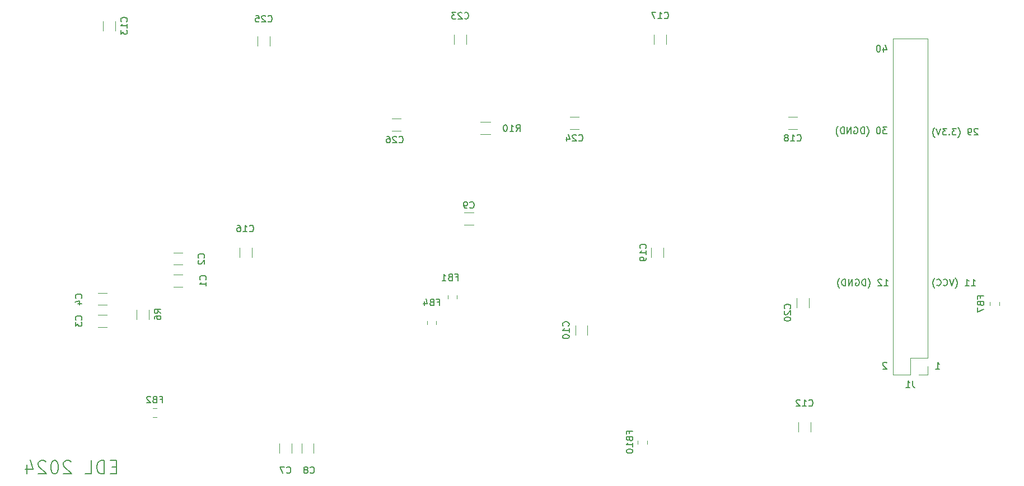
<source format=gbr>
%TF.GenerationSoftware,KiCad,Pcbnew,8.0.1*%
%TF.CreationDate,2024-04-03T15:50:24+05:30*%
%TF.ProjectId,FinalCircuit,46696e61-6c43-4697-9263-7569742e6b69,rev?*%
%TF.SameCoordinates,Original*%
%TF.FileFunction,Legend,Bot*%
%TF.FilePolarity,Positive*%
%FSLAX46Y46*%
G04 Gerber Fmt 4.6, Leading zero omitted, Abs format (unit mm)*
G04 Created by KiCad (PCBNEW 8.0.1) date 2024-04-03 15:50:24*
%MOMM*%
%LPD*%
G01*
G04 APERTURE LIST*
%ADD10C,0.200000*%
%ADD11C,0.120000*%
G04 APERTURE END LIST*
D10*
X248506517Y-82267219D02*
X249077945Y-82267219D01*
X248792231Y-82267219D02*
X248792231Y-81267219D01*
X248792231Y-81267219D02*
X248887469Y-81410076D01*
X248887469Y-81410076D02*
X248982707Y-81505314D01*
X248982707Y-81505314D02*
X249077945Y-81552933D01*
X247554136Y-82267219D02*
X248125564Y-82267219D01*
X247839850Y-82267219D02*
X247839850Y-81267219D01*
X247839850Y-81267219D02*
X247935088Y-81410076D01*
X247935088Y-81410076D02*
X248030326Y-81505314D01*
X248030326Y-81505314D02*
X248125564Y-81552933D01*
X246077945Y-82648171D02*
X246125564Y-82600552D01*
X246125564Y-82600552D02*
X246220802Y-82457695D01*
X246220802Y-82457695D02*
X246268421Y-82362457D01*
X246268421Y-82362457D02*
X246316040Y-82219600D01*
X246316040Y-82219600D02*
X246363659Y-81981504D01*
X246363659Y-81981504D02*
X246363659Y-81791028D01*
X246363659Y-81791028D02*
X246316040Y-81552933D01*
X246316040Y-81552933D02*
X246268421Y-81410076D01*
X246268421Y-81410076D02*
X246220802Y-81314838D01*
X246220802Y-81314838D02*
X246125564Y-81171980D01*
X246125564Y-81171980D02*
X246077945Y-81124361D01*
X245839849Y-81267219D02*
X245506516Y-82267219D01*
X245506516Y-82267219D02*
X245173183Y-81267219D01*
X244268421Y-82171980D02*
X244316040Y-82219600D01*
X244316040Y-82219600D02*
X244458897Y-82267219D01*
X244458897Y-82267219D02*
X244554135Y-82267219D01*
X244554135Y-82267219D02*
X244696992Y-82219600D01*
X244696992Y-82219600D02*
X244792230Y-82124361D01*
X244792230Y-82124361D02*
X244839849Y-82029123D01*
X244839849Y-82029123D02*
X244887468Y-81838647D01*
X244887468Y-81838647D02*
X244887468Y-81695790D01*
X244887468Y-81695790D02*
X244839849Y-81505314D01*
X244839849Y-81505314D02*
X244792230Y-81410076D01*
X244792230Y-81410076D02*
X244696992Y-81314838D01*
X244696992Y-81314838D02*
X244554135Y-81267219D01*
X244554135Y-81267219D02*
X244458897Y-81267219D01*
X244458897Y-81267219D02*
X244316040Y-81314838D01*
X244316040Y-81314838D02*
X244268421Y-81362457D01*
X243268421Y-82171980D02*
X243316040Y-82219600D01*
X243316040Y-82219600D02*
X243458897Y-82267219D01*
X243458897Y-82267219D02*
X243554135Y-82267219D01*
X243554135Y-82267219D02*
X243696992Y-82219600D01*
X243696992Y-82219600D02*
X243792230Y-82124361D01*
X243792230Y-82124361D02*
X243839849Y-82029123D01*
X243839849Y-82029123D02*
X243887468Y-81838647D01*
X243887468Y-81838647D02*
X243887468Y-81695790D01*
X243887468Y-81695790D02*
X243839849Y-81505314D01*
X243839849Y-81505314D02*
X243792230Y-81410076D01*
X243792230Y-81410076D02*
X243696992Y-81314838D01*
X243696992Y-81314838D02*
X243554135Y-81267219D01*
X243554135Y-81267219D02*
X243458897Y-81267219D01*
X243458897Y-81267219D02*
X243316040Y-81314838D01*
X243316040Y-81314838D02*
X243268421Y-81362457D01*
X242935087Y-82648171D02*
X242887468Y-82600552D01*
X242887468Y-82600552D02*
X242792230Y-82457695D01*
X242792230Y-82457695D02*
X242744611Y-82362457D01*
X242744611Y-82362457D02*
X242696992Y-82219600D01*
X242696992Y-82219600D02*
X242649373Y-81981504D01*
X242649373Y-81981504D02*
X242649373Y-81791028D01*
X242649373Y-81791028D02*
X242696992Y-81552933D01*
X242696992Y-81552933D02*
X242744611Y-81410076D01*
X242744611Y-81410076D02*
X242792230Y-81314838D01*
X242792230Y-81314838D02*
X242887468Y-81171980D01*
X242887468Y-81171980D02*
X242935087Y-81124361D01*
X235306517Y-82267219D02*
X235877945Y-82267219D01*
X235592231Y-82267219D02*
X235592231Y-81267219D01*
X235592231Y-81267219D02*
X235687469Y-81410076D01*
X235687469Y-81410076D02*
X235782707Y-81505314D01*
X235782707Y-81505314D02*
X235877945Y-81552933D01*
X234925564Y-81362457D02*
X234877945Y-81314838D01*
X234877945Y-81314838D02*
X234782707Y-81267219D01*
X234782707Y-81267219D02*
X234544612Y-81267219D01*
X234544612Y-81267219D02*
X234449374Y-81314838D01*
X234449374Y-81314838D02*
X234401755Y-81362457D01*
X234401755Y-81362457D02*
X234354136Y-81457695D01*
X234354136Y-81457695D02*
X234354136Y-81552933D01*
X234354136Y-81552933D02*
X234401755Y-81695790D01*
X234401755Y-81695790D02*
X234973183Y-82267219D01*
X234973183Y-82267219D02*
X234354136Y-82267219D01*
X232877945Y-82648171D02*
X232925564Y-82600552D01*
X232925564Y-82600552D02*
X233020802Y-82457695D01*
X233020802Y-82457695D02*
X233068421Y-82362457D01*
X233068421Y-82362457D02*
X233116040Y-82219600D01*
X233116040Y-82219600D02*
X233163659Y-81981504D01*
X233163659Y-81981504D02*
X233163659Y-81791028D01*
X233163659Y-81791028D02*
X233116040Y-81552933D01*
X233116040Y-81552933D02*
X233068421Y-81410076D01*
X233068421Y-81410076D02*
X233020802Y-81314838D01*
X233020802Y-81314838D02*
X232925564Y-81171980D01*
X232925564Y-81171980D02*
X232877945Y-81124361D01*
X232496992Y-82267219D02*
X232496992Y-81267219D01*
X232496992Y-81267219D02*
X232258897Y-81267219D01*
X232258897Y-81267219D02*
X232116040Y-81314838D01*
X232116040Y-81314838D02*
X232020802Y-81410076D01*
X232020802Y-81410076D02*
X231973183Y-81505314D01*
X231973183Y-81505314D02*
X231925564Y-81695790D01*
X231925564Y-81695790D02*
X231925564Y-81838647D01*
X231925564Y-81838647D02*
X231973183Y-82029123D01*
X231973183Y-82029123D02*
X232020802Y-82124361D01*
X232020802Y-82124361D02*
X232116040Y-82219600D01*
X232116040Y-82219600D02*
X232258897Y-82267219D01*
X232258897Y-82267219D02*
X232496992Y-82267219D01*
X230973183Y-81314838D02*
X231068421Y-81267219D01*
X231068421Y-81267219D02*
X231211278Y-81267219D01*
X231211278Y-81267219D02*
X231354135Y-81314838D01*
X231354135Y-81314838D02*
X231449373Y-81410076D01*
X231449373Y-81410076D02*
X231496992Y-81505314D01*
X231496992Y-81505314D02*
X231544611Y-81695790D01*
X231544611Y-81695790D02*
X231544611Y-81838647D01*
X231544611Y-81838647D02*
X231496992Y-82029123D01*
X231496992Y-82029123D02*
X231449373Y-82124361D01*
X231449373Y-82124361D02*
X231354135Y-82219600D01*
X231354135Y-82219600D02*
X231211278Y-82267219D01*
X231211278Y-82267219D02*
X231116040Y-82267219D01*
X231116040Y-82267219D02*
X230973183Y-82219600D01*
X230973183Y-82219600D02*
X230925564Y-82171980D01*
X230925564Y-82171980D02*
X230925564Y-81838647D01*
X230925564Y-81838647D02*
X231116040Y-81838647D01*
X230496992Y-82267219D02*
X230496992Y-81267219D01*
X230496992Y-81267219D02*
X229925564Y-82267219D01*
X229925564Y-82267219D02*
X229925564Y-81267219D01*
X229449373Y-82267219D02*
X229449373Y-81267219D01*
X229449373Y-81267219D02*
X229211278Y-81267219D01*
X229211278Y-81267219D02*
X229068421Y-81314838D01*
X229068421Y-81314838D02*
X228973183Y-81410076D01*
X228973183Y-81410076D02*
X228925564Y-81505314D01*
X228925564Y-81505314D02*
X228877945Y-81695790D01*
X228877945Y-81695790D02*
X228877945Y-81838647D01*
X228877945Y-81838647D02*
X228925564Y-82029123D01*
X228925564Y-82029123D02*
X228973183Y-82124361D01*
X228973183Y-82124361D02*
X229068421Y-82219600D01*
X229068421Y-82219600D02*
X229211278Y-82267219D01*
X229211278Y-82267219D02*
X229449373Y-82267219D01*
X228544611Y-82648171D02*
X228496992Y-82600552D01*
X228496992Y-82600552D02*
X228401754Y-82457695D01*
X228401754Y-82457695D02*
X228354135Y-82362457D01*
X228354135Y-82362457D02*
X228306516Y-82219600D01*
X228306516Y-82219600D02*
X228258897Y-81981504D01*
X228258897Y-81981504D02*
X228258897Y-81791028D01*
X228258897Y-81791028D02*
X228306516Y-81552933D01*
X228306516Y-81552933D02*
X228354135Y-81410076D01*
X228354135Y-81410076D02*
X228401754Y-81314838D01*
X228401754Y-81314838D02*
X228496992Y-81171980D01*
X228496992Y-81171980D02*
X228544611Y-81124361D01*
X119192231Y-109697219D02*
X118525564Y-109697219D01*
X118239850Y-110744838D02*
X119192231Y-110744838D01*
X119192231Y-110744838D02*
X119192231Y-108744838D01*
X119192231Y-108744838D02*
X118239850Y-108744838D01*
X117382707Y-110744838D02*
X117382707Y-108744838D01*
X117382707Y-108744838D02*
X116906517Y-108744838D01*
X116906517Y-108744838D02*
X116620802Y-108840076D01*
X116620802Y-108840076D02*
X116430326Y-109030552D01*
X116430326Y-109030552D02*
X116335088Y-109221028D01*
X116335088Y-109221028D02*
X116239850Y-109601980D01*
X116239850Y-109601980D02*
X116239850Y-109887695D01*
X116239850Y-109887695D02*
X116335088Y-110268647D01*
X116335088Y-110268647D02*
X116430326Y-110459123D01*
X116430326Y-110459123D02*
X116620802Y-110649600D01*
X116620802Y-110649600D02*
X116906517Y-110744838D01*
X116906517Y-110744838D02*
X117382707Y-110744838D01*
X114430326Y-110744838D02*
X115382707Y-110744838D01*
X115382707Y-110744838D02*
X115382707Y-108744838D01*
X112335087Y-108935314D02*
X112239849Y-108840076D01*
X112239849Y-108840076D02*
X112049373Y-108744838D01*
X112049373Y-108744838D02*
X111573182Y-108744838D01*
X111573182Y-108744838D02*
X111382706Y-108840076D01*
X111382706Y-108840076D02*
X111287468Y-108935314D01*
X111287468Y-108935314D02*
X111192230Y-109125790D01*
X111192230Y-109125790D02*
X111192230Y-109316266D01*
X111192230Y-109316266D02*
X111287468Y-109601980D01*
X111287468Y-109601980D02*
X112430325Y-110744838D01*
X112430325Y-110744838D02*
X111192230Y-110744838D01*
X109954135Y-108744838D02*
X109763658Y-108744838D01*
X109763658Y-108744838D02*
X109573182Y-108840076D01*
X109573182Y-108840076D02*
X109477944Y-108935314D01*
X109477944Y-108935314D02*
X109382706Y-109125790D01*
X109382706Y-109125790D02*
X109287468Y-109506742D01*
X109287468Y-109506742D02*
X109287468Y-109982933D01*
X109287468Y-109982933D02*
X109382706Y-110363885D01*
X109382706Y-110363885D02*
X109477944Y-110554361D01*
X109477944Y-110554361D02*
X109573182Y-110649600D01*
X109573182Y-110649600D02*
X109763658Y-110744838D01*
X109763658Y-110744838D02*
X109954135Y-110744838D01*
X109954135Y-110744838D02*
X110144611Y-110649600D01*
X110144611Y-110649600D02*
X110239849Y-110554361D01*
X110239849Y-110554361D02*
X110335087Y-110363885D01*
X110335087Y-110363885D02*
X110430325Y-109982933D01*
X110430325Y-109982933D02*
X110430325Y-109506742D01*
X110430325Y-109506742D02*
X110335087Y-109125790D01*
X110335087Y-109125790D02*
X110239849Y-108935314D01*
X110239849Y-108935314D02*
X110144611Y-108840076D01*
X110144611Y-108840076D02*
X109954135Y-108744838D01*
X108525563Y-108935314D02*
X108430325Y-108840076D01*
X108430325Y-108840076D02*
X108239849Y-108744838D01*
X108239849Y-108744838D02*
X107763658Y-108744838D01*
X107763658Y-108744838D02*
X107573182Y-108840076D01*
X107573182Y-108840076D02*
X107477944Y-108935314D01*
X107477944Y-108935314D02*
X107382706Y-109125790D01*
X107382706Y-109125790D02*
X107382706Y-109316266D01*
X107382706Y-109316266D02*
X107477944Y-109601980D01*
X107477944Y-109601980D02*
X108620801Y-110744838D01*
X108620801Y-110744838D02*
X107382706Y-110744838D01*
X105668420Y-109411504D02*
X105668420Y-110744838D01*
X106144611Y-108649600D02*
X106620801Y-110078171D01*
X106620801Y-110078171D02*
X105382706Y-110078171D01*
X235677945Y-93962457D02*
X235630326Y-93914838D01*
X235630326Y-93914838D02*
X235535088Y-93867219D01*
X235535088Y-93867219D02*
X235296993Y-93867219D01*
X235296993Y-93867219D02*
X235201755Y-93914838D01*
X235201755Y-93914838D02*
X235154136Y-93962457D01*
X235154136Y-93962457D02*
X235106517Y-94057695D01*
X235106517Y-94057695D02*
X235106517Y-94152933D01*
X235106517Y-94152933D02*
X235154136Y-94295790D01*
X235154136Y-94295790D02*
X235725564Y-94867219D01*
X235725564Y-94867219D02*
X235106517Y-94867219D01*
X249477945Y-58562457D02*
X249430326Y-58514838D01*
X249430326Y-58514838D02*
X249335088Y-58467219D01*
X249335088Y-58467219D02*
X249096993Y-58467219D01*
X249096993Y-58467219D02*
X249001755Y-58514838D01*
X249001755Y-58514838D02*
X248954136Y-58562457D01*
X248954136Y-58562457D02*
X248906517Y-58657695D01*
X248906517Y-58657695D02*
X248906517Y-58752933D01*
X248906517Y-58752933D02*
X248954136Y-58895790D01*
X248954136Y-58895790D02*
X249525564Y-59467219D01*
X249525564Y-59467219D02*
X248906517Y-59467219D01*
X248430326Y-59467219D02*
X248239850Y-59467219D01*
X248239850Y-59467219D02*
X248144612Y-59419600D01*
X248144612Y-59419600D02*
X248096993Y-59371980D01*
X248096993Y-59371980D02*
X248001755Y-59229123D01*
X248001755Y-59229123D02*
X247954136Y-59038647D01*
X247954136Y-59038647D02*
X247954136Y-58657695D01*
X247954136Y-58657695D02*
X248001755Y-58562457D01*
X248001755Y-58562457D02*
X248049374Y-58514838D01*
X248049374Y-58514838D02*
X248144612Y-58467219D01*
X248144612Y-58467219D02*
X248335088Y-58467219D01*
X248335088Y-58467219D02*
X248430326Y-58514838D01*
X248430326Y-58514838D02*
X248477945Y-58562457D01*
X248477945Y-58562457D02*
X248525564Y-58657695D01*
X248525564Y-58657695D02*
X248525564Y-58895790D01*
X248525564Y-58895790D02*
X248477945Y-58991028D01*
X248477945Y-58991028D02*
X248430326Y-59038647D01*
X248430326Y-59038647D02*
X248335088Y-59086266D01*
X248335088Y-59086266D02*
X248144612Y-59086266D01*
X248144612Y-59086266D02*
X248049374Y-59038647D01*
X248049374Y-59038647D02*
X248001755Y-58991028D01*
X248001755Y-58991028D02*
X247954136Y-58895790D01*
X246477945Y-59848171D02*
X246525564Y-59800552D01*
X246525564Y-59800552D02*
X246620802Y-59657695D01*
X246620802Y-59657695D02*
X246668421Y-59562457D01*
X246668421Y-59562457D02*
X246716040Y-59419600D01*
X246716040Y-59419600D02*
X246763659Y-59181504D01*
X246763659Y-59181504D02*
X246763659Y-58991028D01*
X246763659Y-58991028D02*
X246716040Y-58752933D01*
X246716040Y-58752933D02*
X246668421Y-58610076D01*
X246668421Y-58610076D02*
X246620802Y-58514838D01*
X246620802Y-58514838D02*
X246525564Y-58371980D01*
X246525564Y-58371980D02*
X246477945Y-58324361D01*
X246192230Y-58467219D02*
X245573183Y-58467219D01*
X245573183Y-58467219D02*
X245906516Y-58848171D01*
X245906516Y-58848171D02*
X245763659Y-58848171D01*
X245763659Y-58848171D02*
X245668421Y-58895790D01*
X245668421Y-58895790D02*
X245620802Y-58943409D01*
X245620802Y-58943409D02*
X245573183Y-59038647D01*
X245573183Y-59038647D02*
X245573183Y-59276742D01*
X245573183Y-59276742D02*
X245620802Y-59371980D01*
X245620802Y-59371980D02*
X245668421Y-59419600D01*
X245668421Y-59419600D02*
X245763659Y-59467219D01*
X245763659Y-59467219D02*
X246049373Y-59467219D01*
X246049373Y-59467219D02*
X246144611Y-59419600D01*
X246144611Y-59419600D02*
X246192230Y-59371980D01*
X245144611Y-59371980D02*
X245096992Y-59419600D01*
X245096992Y-59419600D02*
X245144611Y-59467219D01*
X245144611Y-59467219D02*
X245192230Y-59419600D01*
X245192230Y-59419600D02*
X245144611Y-59371980D01*
X245144611Y-59371980D02*
X245144611Y-59467219D01*
X244763659Y-58467219D02*
X244144612Y-58467219D01*
X244144612Y-58467219D02*
X244477945Y-58848171D01*
X244477945Y-58848171D02*
X244335088Y-58848171D01*
X244335088Y-58848171D02*
X244239850Y-58895790D01*
X244239850Y-58895790D02*
X244192231Y-58943409D01*
X244192231Y-58943409D02*
X244144612Y-59038647D01*
X244144612Y-59038647D02*
X244144612Y-59276742D01*
X244144612Y-59276742D02*
X244192231Y-59371980D01*
X244192231Y-59371980D02*
X244239850Y-59419600D01*
X244239850Y-59419600D02*
X244335088Y-59467219D01*
X244335088Y-59467219D02*
X244620802Y-59467219D01*
X244620802Y-59467219D02*
X244716040Y-59419600D01*
X244716040Y-59419600D02*
X244763659Y-59371980D01*
X243858897Y-58467219D02*
X243525564Y-59467219D01*
X243525564Y-59467219D02*
X243192231Y-58467219D01*
X242954135Y-59848171D02*
X242906516Y-59800552D01*
X242906516Y-59800552D02*
X242811278Y-59657695D01*
X242811278Y-59657695D02*
X242763659Y-59562457D01*
X242763659Y-59562457D02*
X242716040Y-59419600D01*
X242716040Y-59419600D02*
X242668421Y-59181504D01*
X242668421Y-59181504D02*
X242668421Y-58991028D01*
X242668421Y-58991028D02*
X242716040Y-58752933D01*
X242716040Y-58752933D02*
X242763659Y-58610076D01*
X242763659Y-58610076D02*
X242811278Y-58514838D01*
X242811278Y-58514838D02*
X242906516Y-58371980D01*
X242906516Y-58371980D02*
X242954135Y-58324361D01*
X243106517Y-94867219D02*
X243677945Y-94867219D01*
X243392231Y-94867219D02*
X243392231Y-93867219D01*
X243392231Y-93867219D02*
X243487469Y-94010076D01*
X243487469Y-94010076D02*
X243582707Y-94105314D01*
X243582707Y-94105314D02*
X243677945Y-94152933D01*
X235725564Y-58267219D02*
X235106517Y-58267219D01*
X235106517Y-58267219D02*
X235439850Y-58648171D01*
X235439850Y-58648171D02*
X235296993Y-58648171D01*
X235296993Y-58648171D02*
X235201755Y-58695790D01*
X235201755Y-58695790D02*
X235154136Y-58743409D01*
X235154136Y-58743409D02*
X235106517Y-58838647D01*
X235106517Y-58838647D02*
X235106517Y-59076742D01*
X235106517Y-59076742D02*
X235154136Y-59171980D01*
X235154136Y-59171980D02*
X235201755Y-59219600D01*
X235201755Y-59219600D02*
X235296993Y-59267219D01*
X235296993Y-59267219D02*
X235582707Y-59267219D01*
X235582707Y-59267219D02*
X235677945Y-59219600D01*
X235677945Y-59219600D02*
X235725564Y-59171980D01*
X234487469Y-58267219D02*
X234392231Y-58267219D01*
X234392231Y-58267219D02*
X234296993Y-58314838D01*
X234296993Y-58314838D02*
X234249374Y-58362457D01*
X234249374Y-58362457D02*
X234201755Y-58457695D01*
X234201755Y-58457695D02*
X234154136Y-58648171D01*
X234154136Y-58648171D02*
X234154136Y-58886266D01*
X234154136Y-58886266D02*
X234201755Y-59076742D01*
X234201755Y-59076742D02*
X234249374Y-59171980D01*
X234249374Y-59171980D02*
X234296993Y-59219600D01*
X234296993Y-59219600D02*
X234392231Y-59267219D01*
X234392231Y-59267219D02*
X234487469Y-59267219D01*
X234487469Y-59267219D02*
X234582707Y-59219600D01*
X234582707Y-59219600D02*
X234630326Y-59171980D01*
X234630326Y-59171980D02*
X234677945Y-59076742D01*
X234677945Y-59076742D02*
X234725564Y-58886266D01*
X234725564Y-58886266D02*
X234725564Y-58648171D01*
X234725564Y-58648171D02*
X234677945Y-58457695D01*
X234677945Y-58457695D02*
X234630326Y-58362457D01*
X234630326Y-58362457D02*
X234582707Y-58314838D01*
X234582707Y-58314838D02*
X234487469Y-58267219D01*
X232677945Y-59648171D02*
X232725564Y-59600552D01*
X232725564Y-59600552D02*
X232820802Y-59457695D01*
X232820802Y-59457695D02*
X232868421Y-59362457D01*
X232868421Y-59362457D02*
X232916040Y-59219600D01*
X232916040Y-59219600D02*
X232963659Y-58981504D01*
X232963659Y-58981504D02*
X232963659Y-58791028D01*
X232963659Y-58791028D02*
X232916040Y-58552933D01*
X232916040Y-58552933D02*
X232868421Y-58410076D01*
X232868421Y-58410076D02*
X232820802Y-58314838D01*
X232820802Y-58314838D02*
X232725564Y-58171980D01*
X232725564Y-58171980D02*
X232677945Y-58124361D01*
X232296992Y-59267219D02*
X232296992Y-58267219D01*
X232296992Y-58267219D02*
X232058897Y-58267219D01*
X232058897Y-58267219D02*
X231916040Y-58314838D01*
X231916040Y-58314838D02*
X231820802Y-58410076D01*
X231820802Y-58410076D02*
X231773183Y-58505314D01*
X231773183Y-58505314D02*
X231725564Y-58695790D01*
X231725564Y-58695790D02*
X231725564Y-58838647D01*
X231725564Y-58838647D02*
X231773183Y-59029123D01*
X231773183Y-59029123D02*
X231820802Y-59124361D01*
X231820802Y-59124361D02*
X231916040Y-59219600D01*
X231916040Y-59219600D02*
X232058897Y-59267219D01*
X232058897Y-59267219D02*
X232296992Y-59267219D01*
X230773183Y-58314838D02*
X230868421Y-58267219D01*
X230868421Y-58267219D02*
X231011278Y-58267219D01*
X231011278Y-58267219D02*
X231154135Y-58314838D01*
X231154135Y-58314838D02*
X231249373Y-58410076D01*
X231249373Y-58410076D02*
X231296992Y-58505314D01*
X231296992Y-58505314D02*
X231344611Y-58695790D01*
X231344611Y-58695790D02*
X231344611Y-58838647D01*
X231344611Y-58838647D02*
X231296992Y-59029123D01*
X231296992Y-59029123D02*
X231249373Y-59124361D01*
X231249373Y-59124361D02*
X231154135Y-59219600D01*
X231154135Y-59219600D02*
X231011278Y-59267219D01*
X231011278Y-59267219D02*
X230916040Y-59267219D01*
X230916040Y-59267219D02*
X230773183Y-59219600D01*
X230773183Y-59219600D02*
X230725564Y-59171980D01*
X230725564Y-59171980D02*
X230725564Y-58838647D01*
X230725564Y-58838647D02*
X230916040Y-58838647D01*
X230296992Y-59267219D02*
X230296992Y-58267219D01*
X230296992Y-58267219D02*
X229725564Y-59267219D01*
X229725564Y-59267219D02*
X229725564Y-58267219D01*
X229249373Y-59267219D02*
X229249373Y-58267219D01*
X229249373Y-58267219D02*
X229011278Y-58267219D01*
X229011278Y-58267219D02*
X228868421Y-58314838D01*
X228868421Y-58314838D02*
X228773183Y-58410076D01*
X228773183Y-58410076D02*
X228725564Y-58505314D01*
X228725564Y-58505314D02*
X228677945Y-58695790D01*
X228677945Y-58695790D02*
X228677945Y-58838647D01*
X228677945Y-58838647D02*
X228725564Y-59029123D01*
X228725564Y-59029123D02*
X228773183Y-59124361D01*
X228773183Y-59124361D02*
X228868421Y-59219600D01*
X228868421Y-59219600D02*
X229011278Y-59267219D01*
X229011278Y-59267219D02*
X229249373Y-59267219D01*
X228344611Y-59648171D02*
X228296992Y-59600552D01*
X228296992Y-59600552D02*
X228201754Y-59457695D01*
X228201754Y-59457695D02*
X228154135Y-59362457D01*
X228154135Y-59362457D02*
X228106516Y-59219600D01*
X228106516Y-59219600D02*
X228058897Y-58981504D01*
X228058897Y-58981504D02*
X228058897Y-58791028D01*
X228058897Y-58791028D02*
X228106516Y-58552933D01*
X228106516Y-58552933D02*
X228154135Y-58410076D01*
X228154135Y-58410076D02*
X228201754Y-58314838D01*
X228201754Y-58314838D02*
X228296992Y-58171980D01*
X228296992Y-58171980D02*
X228344611Y-58124361D01*
X235201755Y-46200552D02*
X235201755Y-46867219D01*
X235439850Y-45819600D02*
X235677945Y-46533885D01*
X235677945Y-46533885D02*
X235058898Y-46533885D01*
X234487469Y-45867219D02*
X234392231Y-45867219D01*
X234392231Y-45867219D02*
X234296993Y-45914838D01*
X234296993Y-45914838D02*
X234249374Y-45962457D01*
X234249374Y-45962457D02*
X234201755Y-46057695D01*
X234201755Y-46057695D02*
X234154136Y-46248171D01*
X234154136Y-46248171D02*
X234154136Y-46486266D01*
X234154136Y-46486266D02*
X234201755Y-46676742D01*
X234201755Y-46676742D02*
X234249374Y-46771980D01*
X234249374Y-46771980D02*
X234296993Y-46819600D01*
X234296993Y-46819600D02*
X234392231Y-46867219D01*
X234392231Y-46867219D02*
X234487469Y-46867219D01*
X234487469Y-46867219D02*
X234582707Y-46819600D01*
X234582707Y-46819600D02*
X234630326Y-46771980D01*
X234630326Y-46771980D02*
X234677945Y-46676742D01*
X234677945Y-46676742D02*
X234725564Y-46486266D01*
X234725564Y-46486266D02*
X234725564Y-46248171D01*
X234725564Y-46248171D02*
X234677945Y-46057695D01*
X234677945Y-46057695D02*
X234630326Y-45962457D01*
X234630326Y-45962457D02*
X234582707Y-45914838D01*
X234582707Y-45914838D02*
X234487469Y-45867219D01*
X113894980Y-87463333D02*
X113942600Y-87415714D01*
X113942600Y-87415714D02*
X113990219Y-87272857D01*
X113990219Y-87272857D02*
X113990219Y-87177619D01*
X113990219Y-87177619D02*
X113942600Y-87034762D01*
X113942600Y-87034762D02*
X113847361Y-86939524D01*
X113847361Y-86939524D02*
X113752123Y-86891905D01*
X113752123Y-86891905D02*
X113561647Y-86844286D01*
X113561647Y-86844286D02*
X113418790Y-86844286D01*
X113418790Y-86844286D02*
X113228314Y-86891905D01*
X113228314Y-86891905D02*
X113133076Y-86939524D01*
X113133076Y-86939524D02*
X113037838Y-87034762D01*
X113037838Y-87034762D02*
X112990219Y-87177619D01*
X112990219Y-87177619D02*
X112990219Y-87272857D01*
X112990219Y-87272857D02*
X113037838Y-87415714D01*
X113037838Y-87415714D02*
X113085457Y-87463333D01*
X112990219Y-87796667D02*
X112990219Y-88415714D01*
X112990219Y-88415714D02*
X113371171Y-88082381D01*
X113371171Y-88082381D02*
X113371171Y-88225238D01*
X113371171Y-88225238D02*
X113418790Y-88320476D01*
X113418790Y-88320476D02*
X113466409Y-88368095D01*
X113466409Y-88368095D02*
X113561647Y-88415714D01*
X113561647Y-88415714D02*
X113799742Y-88415714D01*
X113799742Y-88415714D02*
X113894980Y-88368095D01*
X113894980Y-88368095D02*
X113942600Y-88320476D01*
X113942600Y-88320476D02*
X113990219Y-88225238D01*
X113990219Y-88225238D02*
X113990219Y-87939524D01*
X113990219Y-87939524D02*
X113942600Y-87844286D01*
X113942600Y-87844286D02*
X113894980Y-87796667D01*
X199238980Y-76607142D02*
X199286600Y-76559523D01*
X199286600Y-76559523D02*
X199334219Y-76416666D01*
X199334219Y-76416666D02*
X199334219Y-76321428D01*
X199334219Y-76321428D02*
X199286600Y-76178571D01*
X199286600Y-76178571D02*
X199191361Y-76083333D01*
X199191361Y-76083333D02*
X199096123Y-76035714D01*
X199096123Y-76035714D02*
X198905647Y-75988095D01*
X198905647Y-75988095D02*
X198762790Y-75988095D01*
X198762790Y-75988095D02*
X198572314Y-76035714D01*
X198572314Y-76035714D02*
X198477076Y-76083333D01*
X198477076Y-76083333D02*
X198381838Y-76178571D01*
X198381838Y-76178571D02*
X198334219Y-76321428D01*
X198334219Y-76321428D02*
X198334219Y-76416666D01*
X198334219Y-76416666D02*
X198381838Y-76559523D01*
X198381838Y-76559523D02*
X198429457Y-76607142D01*
X199334219Y-77559523D02*
X199334219Y-76988095D01*
X199334219Y-77273809D02*
X198334219Y-77273809D01*
X198334219Y-77273809D02*
X198477076Y-77178571D01*
X198477076Y-77178571D02*
X198572314Y-77083333D01*
X198572314Y-77083333D02*
X198619933Y-76988095D01*
X199334219Y-78035714D02*
X199334219Y-78226190D01*
X199334219Y-78226190D02*
X199286600Y-78321428D01*
X199286600Y-78321428D02*
X199238980Y-78369047D01*
X199238980Y-78369047D02*
X199096123Y-78464285D01*
X199096123Y-78464285D02*
X198905647Y-78511904D01*
X198905647Y-78511904D02*
X198524695Y-78511904D01*
X198524695Y-78511904D02*
X198429457Y-78464285D01*
X198429457Y-78464285D02*
X198381838Y-78416666D01*
X198381838Y-78416666D02*
X198334219Y-78321428D01*
X198334219Y-78321428D02*
X198334219Y-78130952D01*
X198334219Y-78130952D02*
X198381838Y-78035714D01*
X198381838Y-78035714D02*
X198429457Y-77988095D01*
X198429457Y-77988095D02*
X198524695Y-77940476D01*
X198524695Y-77940476D02*
X198762790Y-77940476D01*
X198762790Y-77940476D02*
X198858028Y-77988095D01*
X198858028Y-77988095D02*
X198905647Y-78035714D01*
X198905647Y-78035714D02*
X198953266Y-78130952D01*
X198953266Y-78130952D02*
X198953266Y-78321428D01*
X198953266Y-78321428D02*
X198905647Y-78416666D01*
X198905647Y-78416666D02*
X198858028Y-78464285D01*
X198858028Y-78464285D02*
X198762790Y-78511904D01*
X179639107Y-58898219D02*
X179972440Y-58422028D01*
X180210535Y-58898219D02*
X180210535Y-57898219D01*
X180210535Y-57898219D02*
X179829583Y-57898219D01*
X179829583Y-57898219D02*
X179734345Y-57945838D01*
X179734345Y-57945838D02*
X179686726Y-57993457D01*
X179686726Y-57993457D02*
X179639107Y-58088695D01*
X179639107Y-58088695D02*
X179639107Y-58231552D01*
X179639107Y-58231552D02*
X179686726Y-58326790D01*
X179686726Y-58326790D02*
X179734345Y-58374409D01*
X179734345Y-58374409D02*
X179829583Y-58422028D01*
X179829583Y-58422028D02*
X180210535Y-58422028D01*
X178686726Y-58898219D02*
X179258154Y-58898219D01*
X178972440Y-58898219D02*
X178972440Y-57898219D01*
X178972440Y-57898219D02*
X179067678Y-58041076D01*
X179067678Y-58041076D02*
X179162916Y-58136314D01*
X179162916Y-58136314D02*
X179258154Y-58183933D01*
X178067678Y-57898219D02*
X177972440Y-57898219D01*
X177972440Y-57898219D02*
X177877202Y-57945838D01*
X177877202Y-57945838D02*
X177829583Y-57993457D01*
X177829583Y-57993457D02*
X177781964Y-58088695D01*
X177781964Y-58088695D02*
X177734345Y-58279171D01*
X177734345Y-58279171D02*
X177734345Y-58517266D01*
X177734345Y-58517266D02*
X177781964Y-58707742D01*
X177781964Y-58707742D02*
X177829583Y-58802980D01*
X177829583Y-58802980D02*
X177877202Y-58850600D01*
X177877202Y-58850600D02*
X177972440Y-58898219D01*
X177972440Y-58898219D02*
X178067678Y-58898219D01*
X178067678Y-58898219D02*
X178162916Y-58850600D01*
X178162916Y-58850600D02*
X178210535Y-58802980D01*
X178210535Y-58802980D02*
X178258154Y-58707742D01*
X178258154Y-58707742D02*
X178305773Y-58517266D01*
X178305773Y-58517266D02*
X178305773Y-58279171D01*
X178305773Y-58279171D02*
X178258154Y-58088695D01*
X178258154Y-58088695D02*
X178210535Y-57993457D01*
X178210535Y-57993457D02*
X178162916Y-57945838D01*
X178162916Y-57945838D02*
X178067678Y-57898219D01*
X125833333Y-99496409D02*
X126166666Y-99496409D01*
X126166666Y-100020219D02*
X126166666Y-99020219D01*
X126166666Y-99020219D02*
X125690476Y-99020219D01*
X124976190Y-99496409D02*
X124833333Y-99544028D01*
X124833333Y-99544028D02*
X124785714Y-99591647D01*
X124785714Y-99591647D02*
X124738095Y-99686885D01*
X124738095Y-99686885D02*
X124738095Y-99829742D01*
X124738095Y-99829742D02*
X124785714Y-99924980D01*
X124785714Y-99924980D02*
X124833333Y-99972600D01*
X124833333Y-99972600D02*
X124928571Y-100020219D01*
X124928571Y-100020219D02*
X125309523Y-100020219D01*
X125309523Y-100020219D02*
X125309523Y-99020219D01*
X125309523Y-99020219D02*
X124976190Y-99020219D01*
X124976190Y-99020219D02*
X124880952Y-99067838D01*
X124880952Y-99067838D02*
X124833333Y-99115457D01*
X124833333Y-99115457D02*
X124785714Y-99210695D01*
X124785714Y-99210695D02*
X124785714Y-99305933D01*
X124785714Y-99305933D02*
X124833333Y-99401171D01*
X124833333Y-99401171D02*
X124880952Y-99448790D01*
X124880952Y-99448790D02*
X124976190Y-99496409D01*
X124976190Y-99496409D02*
X125309523Y-99496409D01*
X124357142Y-99115457D02*
X124309523Y-99067838D01*
X124309523Y-99067838D02*
X124214285Y-99020219D01*
X124214285Y-99020219D02*
X123976190Y-99020219D01*
X123976190Y-99020219D02*
X123880952Y-99067838D01*
X123880952Y-99067838D02*
X123833333Y-99115457D01*
X123833333Y-99115457D02*
X123785714Y-99210695D01*
X123785714Y-99210695D02*
X123785714Y-99305933D01*
X123785714Y-99305933D02*
X123833333Y-99448790D01*
X123833333Y-99448790D02*
X124404761Y-100020219D01*
X124404761Y-100020219D02*
X123785714Y-100020219D01*
X223908857Y-100432980D02*
X223956476Y-100480600D01*
X223956476Y-100480600D02*
X224099333Y-100528219D01*
X224099333Y-100528219D02*
X224194571Y-100528219D01*
X224194571Y-100528219D02*
X224337428Y-100480600D01*
X224337428Y-100480600D02*
X224432666Y-100385361D01*
X224432666Y-100385361D02*
X224480285Y-100290123D01*
X224480285Y-100290123D02*
X224527904Y-100099647D01*
X224527904Y-100099647D02*
X224527904Y-99956790D01*
X224527904Y-99956790D02*
X224480285Y-99766314D01*
X224480285Y-99766314D02*
X224432666Y-99671076D01*
X224432666Y-99671076D02*
X224337428Y-99575838D01*
X224337428Y-99575838D02*
X224194571Y-99528219D01*
X224194571Y-99528219D02*
X224099333Y-99528219D01*
X224099333Y-99528219D02*
X223956476Y-99575838D01*
X223956476Y-99575838D02*
X223908857Y-99623457D01*
X222956476Y-100528219D02*
X223527904Y-100528219D01*
X223242190Y-100528219D02*
X223242190Y-99528219D01*
X223242190Y-99528219D02*
X223337428Y-99671076D01*
X223337428Y-99671076D02*
X223432666Y-99766314D01*
X223432666Y-99766314D02*
X223527904Y-99813933D01*
X222575523Y-99623457D02*
X222527904Y-99575838D01*
X222527904Y-99575838D02*
X222432666Y-99528219D01*
X222432666Y-99528219D02*
X222194571Y-99528219D01*
X222194571Y-99528219D02*
X222099333Y-99575838D01*
X222099333Y-99575838D02*
X222051714Y-99623457D01*
X222051714Y-99623457D02*
X222004095Y-99718695D01*
X222004095Y-99718695D02*
X222004095Y-99813933D01*
X222004095Y-99813933D02*
X222051714Y-99956790D01*
X222051714Y-99956790D02*
X222623142Y-100528219D01*
X222623142Y-100528219D02*
X222004095Y-100528219D01*
X142120857Y-42266980D02*
X142168476Y-42314600D01*
X142168476Y-42314600D02*
X142311333Y-42362219D01*
X142311333Y-42362219D02*
X142406571Y-42362219D01*
X142406571Y-42362219D02*
X142549428Y-42314600D01*
X142549428Y-42314600D02*
X142644666Y-42219361D01*
X142644666Y-42219361D02*
X142692285Y-42124123D01*
X142692285Y-42124123D02*
X142739904Y-41933647D01*
X142739904Y-41933647D02*
X142739904Y-41790790D01*
X142739904Y-41790790D02*
X142692285Y-41600314D01*
X142692285Y-41600314D02*
X142644666Y-41505076D01*
X142644666Y-41505076D02*
X142549428Y-41409838D01*
X142549428Y-41409838D02*
X142406571Y-41362219D01*
X142406571Y-41362219D02*
X142311333Y-41362219D01*
X142311333Y-41362219D02*
X142168476Y-41409838D01*
X142168476Y-41409838D02*
X142120857Y-41457457D01*
X141739904Y-41457457D02*
X141692285Y-41409838D01*
X141692285Y-41409838D02*
X141597047Y-41362219D01*
X141597047Y-41362219D02*
X141358952Y-41362219D01*
X141358952Y-41362219D02*
X141263714Y-41409838D01*
X141263714Y-41409838D02*
X141216095Y-41457457D01*
X141216095Y-41457457D02*
X141168476Y-41552695D01*
X141168476Y-41552695D02*
X141168476Y-41647933D01*
X141168476Y-41647933D02*
X141216095Y-41790790D01*
X141216095Y-41790790D02*
X141787523Y-42362219D01*
X141787523Y-42362219D02*
X141168476Y-42362219D01*
X140263714Y-41362219D02*
X140739904Y-41362219D01*
X140739904Y-41362219D02*
X140787523Y-41838409D01*
X140787523Y-41838409D02*
X140739904Y-41790790D01*
X140739904Y-41790790D02*
X140644666Y-41743171D01*
X140644666Y-41743171D02*
X140406571Y-41743171D01*
X140406571Y-41743171D02*
X140311333Y-41790790D01*
X140311333Y-41790790D02*
X140263714Y-41838409D01*
X140263714Y-41838409D02*
X140216095Y-41933647D01*
X140216095Y-41933647D02*
X140216095Y-42171742D01*
X140216095Y-42171742D02*
X140263714Y-42266980D01*
X140263714Y-42266980D02*
X140311333Y-42314600D01*
X140311333Y-42314600D02*
X140406571Y-42362219D01*
X140406571Y-42362219D02*
X140644666Y-42362219D01*
X140644666Y-42362219D02*
X140739904Y-42314600D01*
X140739904Y-42314600D02*
X140787523Y-42266980D01*
X125928219Y-86447333D02*
X125452028Y-86114000D01*
X125928219Y-85875905D02*
X124928219Y-85875905D01*
X124928219Y-85875905D02*
X124928219Y-86256857D01*
X124928219Y-86256857D02*
X124975838Y-86352095D01*
X124975838Y-86352095D02*
X125023457Y-86399714D01*
X125023457Y-86399714D02*
X125118695Y-86447333D01*
X125118695Y-86447333D02*
X125261552Y-86447333D01*
X125261552Y-86447333D02*
X125356790Y-86399714D01*
X125356790Y-86399714D02*
X125404409Y-86352095D01*
X125404409Y-86352095D02*
X125452028Y-86256857D01*
X125452028Y-86256857D02*
X125452028Y-85875905D01*
X124928219Y-87304476D02*
X124928219Y-87114000D01*
X124928219Y-87114000D02*
X124975838Y-87018762D01*
X124975838Y-87018762D02*
X125023457Y-86971143D01*
X125023457Y-86971143D02*
X125166314Y-86875905D01*
X125166314Y-86875905D02*
X125356790Y-86828286D01*
X125356790Y-86828286D02*
X125737742Y-86828286D01*
X125737742Y-86828286D02*
X125832980Y-86875905D01*
X125832980Y-86875905D02*
X125880600Y-86923524D01*
X125880600Y-86923524D02*
X125928219Y-87018762D01*
X125928219Y-87018762D02*
X125928219Y-87209238D01*
X125928219Y-87209238D02*
X125880600Y-87304476D01*
X125880600Y-87304476D02*
X125832980Y-87352095D01*
X125832980Y-87352095D02*
X125737742Y-87399714D01*
X125737742Y-87399714D02*
X125499647Y-87399714D01*
X125499647Y-87399714D02*
X125404409Y-87352095D01*
X125404409Y-87352095D02*
X125356790Y-87304476D01*
X125356790Y-87304476D02*
X125309171Y-87209238D01*
X125309171Y-87209238D02*
X125309171Y-87018762D01*
X125309171Y-87018762D02*
X125356790Y-86923524D01*
X125356790Y-86923524D02*
X125404409Y-86875905D01*
X125404409Y-86875905D02*
X125499647Y-86828286D01*
X221082980Y-85717142D02*
X221130600Y-85669523D01*
X221130600Y-85669523D02*
X221178219Y-85526666D01*
X221178219Y-85526666D02*
X221178219Y-85431428D01*
X221178219Y-85431428D02*
X221130600Y-85288571D01*
X221130600Y-85288571D02*
X221035361Y-85193333D01*
X221035361Y-85193333D02*
X220940123Y-85145714D01*
X220940123Y-85145714D02*
X220749647Y-85098095D01*
X220749647Y-85098095D02*
X220606790Y-85098095D01*
X220606790Y-85098095D02*
X220416314Y-85145714D01*
X220416314Y-85145714D02*
X220321076Y-85193333D01*
X220321076Y-85193333D02*
X220225838Y-85288571D01*
X220225838Y-85288571D02*
X220178219Y-85431428D01*
X220178219Y-85431428D02*
X220178219Y-85526666D01*
X220178219Y-85526666D02*
X220225838Y-85669523D01*
X220225838Y-85669523D02*
X220273457Y-85717142D01*
X220273457Y-86098095D02*
X220225838Y-86145714D01*
X220225838Y-86145714D02*
X220178219Y-86240952D01*
X220178219Y-86240952D02*
X220178219Y-86479047D01*
X220178219Y-86479047D02*
X220225838Y-86574285D01*
X220225838Y-86574285D02*
X220273457Y-86621904D01*
X220273457Y-86621904D02*
X220368695Y-86669523D01*
X220368695Y-86669523D02*
X220463933Y-86669523D01*
X220463933Y-86669523D02*
X220606790Y-86621904D01*
X220606790Y-86621904D02*
X221178219Y-86050476D01*
X221178219Y-86050476D02*
X221178219Y-86669523D01*
X220178219Y-87288571D02*
X220178219Y-87383809D01*
X220178219Y-87383809D02*
X220225838Y-87479047D01*
X220225838Y-87479047D02*
X220273457Y-87526666D01*
X220273457Y-87526666D02*
X220368695Y-87574285D01*
X220368695Y-87574285D02*
X220559171Y-87621904D01*
X220559171Y-87621904D02*
X220797266Y-87621904D01*
X220797266Y-87621904D02*
X220987742Y-87574285D01*
X220987742Y-87574285D02*
X221082980Y-87526666D01*
X221082980Y-87526666D02*
X221130600Y-87479047D01*
X221130600Y-87479047D02*
X221178219Y-87383809D01*
X221178219Y-87383809D02*
X221178219Y-87288571D01*
X221178219Y-87288571D02*
X221130600Y-87193333D01*
X221130600Y-87193333D02*
X221082980Y-87145714D01*
X221082980Y-87145714D02*
X220987742Y-87098095D01*
X220987742Y-87098095D02*
X220797266Y-87050476D01*
X220797266Y-87050476D02*
X220559171Y-87050476D01*
X220559171Y-87050476D02*
X220368695Y-87098095D01*
X220368695Y-87098095D02*
X220273457Y-87145714D01*
X220273457Y-87145714D02*
X220225838Y-87193333D01*
X220225838Y-87193333D02*
X220178219Y-87288571D01*
X187570980Y-88357142D02*
X187618600Y-88309523D01*
X187618600Y-88309523D02*
X187666219Y-88166666D01*
X187666219Y-88166666D02*
X187666219Y-88071428D01*
X187666219Y-88071428D02*
X187618600Y-87928571D01*
X187618600Y-87928571D02*
X187523361Y-87833333D01*
X187523361Y-87833333D02*
X187428123Y-87785714D01*
X187428123Y-87785714D02*
X187237647Y-87738095D01*
X187237647Y-87738095D02*
X187094790Y-87738095D01*
X187094790Y-87738095D02*
X186904314Y-87785714D01*
X186904314Y-87785714D02*
X186809076Y-87833333D01*
X186809076Y-87833333D02*
X186713838Y-87928571D01*
X186713838Y-87928571D02*
X186666219Y-88071428D01*
X186666219Y-88071428D02*
X186666219Y-88166666D01*
X186666219Y-88166666D02*
X186713838Y-88309523D01*
X186713838Y-88309523D02*
X186761457Y-88357142D01*
X187666219Y-89309523D02*
X187666219Y-88738095D01*
X187666219Y-89023809D02*
X186666219Y-89023809D01*
X186666219Y-89023809D02*
X186809076Y-88928571D01*
X186809076Y-88928571D02*
X186904314Y-88833333D01*
X186904314Y-88833333D02*
X186951933Y-88738095D01*
X186666219Y-89928571D02*
X186666219Y-90023809D01*
X186666219Y-90023809D02*
X186713838Y-90119047D01*
X186713838Y-90119047D02*
X186761457Y-90166666D01*
X186761457Y-90166666D02*
X186856695Y-90214285D01*
X186856695Y-90214285D02*
X187047171Y-90261904D01*
X187047171Y-90261904D02*
X187285266Y-90261904D01*
X187285266Y-90261904D02*
X187475742Y-90214285D01*
X187475742Y-90214285D02*
X187570980Y-90166666D01*
X187570980Y-90166666D02*
X187618600Y-90119047D01*
X187618600Y-90119047D02*
X187666219Y-90023809D01*
X187666219Y-90023809D02*
X187666219Y-89928571D01*
X187666219Y-89928571D02*
X187618600Y-89833333D01*
X187618600Y-89833333D02*
X187570980Y-89785714D01*
X187570980Y-89785714D02*
X187475742Y-89738095D01*
X187475742Y-89738095D02*
X187285266Y-89690476D01*
X187285266Y-89690476D02*
X187047171Y-89690476D01*
X187047171Y-89690476D02*
X186856695Y-89738095D01*
X186856695Y-89738095D02*
X186761457Y-89785714D01*
X186761457Y-89785714D02*
X186713838Y-89833333D01*
X186713838Y-89833333D02*
X186666219Y-89928571D01*
X170505333Y-80970409D02*
X170838666Y-80970409D01*
X170838666Y-81494219D02*
X170838666Y-80494219D01*
X170838666Y-80494219D02*
X170362476Y-80494219D01*
X169648190Y-80970409D02*
X169505333Y-81018028D01*
X169505333Y-81018028D02*
X169457714Y-81065647D01*
X169457714Y-81065647D02*
X169410095Y-81160885D01*
X169410095Y-81160885D02*
X169410095Y-81303742D01*
X169410095Y-81303742D02*
X169457714Y-81398980D01*
X169457714Y-81398980D02*
X169505333Y-81446600D01*
X169505333Y-81446600D02*
X169600571Y-81494219D01*
X169600571Y-81494219D02*
X169981523Y-81494219D01*
X169981523Y-81494219D02*
X169981523Y-80494219D01*
X169981523Y-80494219D02*
X169648190Y-80494219D01*
X169648190Y-80494219D02*
X169552952Y-80541838D01*
X169552952Y-80541838D02*
X169505333Y-80589457D01*
X169505333Y-80589457D02*
X169457714Y-80684695D01*
X169457714Y-80684695D02*
X169457714Y-80779933D01*
X169457714Y-80779933D02*
X169505333Y-80875171D01*
X169505333Y-80875171D02*
X169552952Y-80922790D01*
X169552952Y-80922790D02*
X169648190Y-80970409D01*
X169648190Y-80970409D02*
X169981523Y-80970409D01*
X168457714Y-81494219D02*
X169029142Y-81494219D01*
X168743428Y-81494219D02*
X168743428Y-80494219D01*
X168743428Y-80494219D02*
X168838666Y-80637076D01*
X168838666Y-80637076D02*
X168933904Y-80732314D01*
X168933904Y-80732314D02*
X169029142Y-80779933D01*
X132690980Y-81367333D02*
X132738600Y-81319714D01*
X132738600Y-81319714D02*
X132786219Y-81176857D01*
X132786219Y-81176857D02*
X132786219Y-81081619D01*
X132786219Y-81081619D02*
X132738600Y-80938762D01*
X132738600Y-80938762D02*
X132643361Y-80843524D01*
X132643361Y-80843524D02*
X132548123Y-80795905D01*
X132548123Y-80795905D02*
X132357647Y-80748286D01*
X132357647Y-80748286D02*
X132214790Y-80748286D01*
X132214790Y-80748286D02*
X132024314Y-80795905D01*
X132024314Y-80795905D02*
X131929076Y-80843524D01*
X131929076Y-80843524D02*
X131833838Y-80938762D01*
X131833838Y-80938762D02*
X131786219Y-81081619D01*
X131786219Y-81081619D02*
X131786219Y-81176857D01*
X131786219Y-81176857D02*
X131833838Y-81319714D01*
X131833838Y-81319714D02*
X131881457Y-81367333D01*
X132786219Y-82319714D02*
X132786219Y-81748286D01*
X132786219Y-82034000D02*
X131786219Y-82034000D01*
X131786219Y-82034000D02*
X131929076Y-81938762D01*
X131929076Y-81938762D02*
X132024314Y-81843524D01*
X132024314Y-81843524D02*
X132071933Y-81748286D01*
X189110857Y-60300980D02*
X189158476Y-60348600D01*
X189158476Y-60348600D02*
X189301333Y-60396219D01*
X189301333Y-60396219D02*
X189396571Y-60396219D01*
X189396571Y-60396219D02*
X189539428Y-60348600D01*
X189539428Y-60348600D02*
X189634666Y-60253361D01*
X189634666Y-60253361D02*
X189682285Y-60158123D01*
X189682285Y-60158123D02*
X189729904Y-59967647D01*
X189729904Y-59967647D02*
X189729904Y-59824790D01*
X189729904Y-59824790D02*
X189682285Y-59634314D01*
X189682285Y-59634314D02*
X189634666Y-59539076D01*
X189634666Y-59539076D02*
X189539428Y-59443838D01*
X189539428Y-59443838D02*
X189396571Y-59396219D01*
X189396571Y-59396219D02*
X189301333Y-59396219D01*
X189301333Y-59396219D02*
X189158476Y-59443838D01*
X189158476Y-59443838D02*
X189110857Y-59491457D01*
X188729904Y-59491457D02*
X188682285Y-59443838D01*
X188682285Y-59443838D02*
X188587047Y-59396219D01*
X188587047Y-59396219D02*
X188348952Y-59396219D01*
X188348952Y-59396219D02*
X188253714Y-59443838D01*
X188253714Y-59443838D02*
X188206095Y-59491457D01*
X188206095Y-59491457D02*
X188158476Y-59586695D01*
X188158476Y-59586695D02*
X188158476Y-59681933D01*
X188158476Y-59681933D02*
X188206095Y-59824790D01*
X188206095Y-59824790D02*
X188777523Y-60396219D01*
X188777523Y-60396219D02*
X188158476Y-60396219D01*
X187301333Y-59729552D02*
X187301333Y-60396219D01*
X187539428Y-59348600D02*
X187777523Y-60062885D01*
X187777523Y-60062885D02*
X187158476Y-60062885D01*
X139330857Y-74016980D02*
X139378476Y-74064600D01*
X139378476Y-74064600D02*
X139521333Y-74112219D01*
X139521333Y-74112219D02*
X139616571Y-74112219D01*
X139616571Y-74112219D02*
X139759428Y-74064600D01*
X139759428Y-74064600D02*
X139854666Y-73969361D01*
X139854666Y-73969361D02*
X139902285Y-73874123D01*
X139902285Y-73874123D02*
X139949904Y-73683647D01*
X139949904Y-73683647D02*
X139949904Y-73540790D01*
X139949904Y-73540790D02*
X139902285Y-73350314D01*
X139902285Y-73350314D02*
X139854666Y-73255076D01*
X139854666Y-73255076D02*
X139759428Y-73159838D01*
X139759428Y-73159838D02*
X139616571Y-73112219D01*
X139616571Y-73112219D02*
X139521333Y-73112219D01*
X139521333Y-73112219D02*
X139378476Y-73159838D01*
X139378476Y-73159838D02*
X139330857Y-73207457D01*
X138378476Y-74112219D02*
X138949904Y-74112219D01*
X138664190Y-74112219D02*
X138664190Y-73112219D01*
X138664190Y-73112219D02*
X138759428Y-73255076D01*
X138759428Y-73255076D02*
X138854666Y-73350314D01*
X138854666Y-73350314D02*
X138949904Y-73397933D01*
X137521333Y-73112219D02*
X137711809Y-73112219D01*
X137711809Y-73112219D02*
X137807047Y-73159838D01*
X137807047Y-73159838D02*
X137854666Y-73207457D01*
X137854666Y-73207457D02*
X137949904Y-73350314D01*
X137949904Y-73350314D02*
X137997523Y-73540790D01*
X137997523Y-73540790D02*
X137997523Y-73921742D01*
X137997523Y-73921742D02*
X137949904Y-74016980D01*
X137949904Y-74016980D02*
X137902285Y-74064600D01*
X137902285Y-74064600D02*
X137807047Y-74112219D01*
X137807047Y-74112219D02*
X137616571Y-74112219D01*
X137616571Y-74112219D02*
X137521333Y-74064600D01*
X137521333Y-74064600D02*
X137473714Y-74016980D01*
X137473714Y-74016980D02*
X137426095Y-73921742D01*
X137426095Y-73921742D02*
X137426095Y-73683647D01*
X137426095Y-73683647D02*
X137473714Y-73588409D01*
X137473714Y-73588409D02*
X137521333Y-73540790D01*
X137521333Y-73540790D02*
X137616571Y-73493171D01*
X137616571Y-73493171D02*
X137807047Y-73493171D01*
X137807047Y-73493171D02*
X137902285Y-73540790D01*
X137902285Y-73540790D02*
X137949904Y-73588409D01*
X137949904Y-73588409D02*
X137997523Y-73683647D01*
X113894980Y-84161333D02*
X113942600Y-84113714D01*
X113942600Y-84113714D02*
X113990219Y-83970857D01*
X113990219Y-83970857D02*
X113990219Y-83875619D01*
X113990219Y-83875619D02*
X113942600Y-83732762D01*
X113942600Y-83732762D02*
X113847361Y-83637524D01*
X113847361Y-83637524D02*
X113752123Y-83589905D01*
X113752123Y-83589905D02*
X113561647Y-83542286D01*
X113561647Y-83542286D02*
X113418790Y-83542286D01*
X113418790Y-83542286D02*
X113228314Y-83589905D01*
X113228314Y-83589905D02*
X113133076Y-83637524D01*
X113133076Y-83637524D02*
X113037838Y-83732762D01*
X113037838Y-83732762D02*
X112990219Y-83875619D01*
X112990219Y-83875619D02*
X112990219Y-83970857D01*
X112990219Y-83970857D02*
X113037838Y-84113714D01*
X113037838Y-84113714D02*
X113085457Y-84161333D01*
X113323552Y-85018476D02*
X113990219Y-85018476D01*
X112942600Y-84780381D02*
X113656885Y-84542286D01*
X113656885Y-84542286D02*
X113656885Y-85161333D01*
X202064857Y-41758980D02*
X202112476Y-41806600D01*
X202112476Y-41806600D02*
X202255333Y-41854219D01*
X202255333Y-41854219D02*
X202350571Y-41854219D01*
X202350571Y-41854219D02*
X202493428Y-41806600D01*
X202493428Y-41806600D02*
X202588666Y-41711361D01*
X202588666Y-41711361D02*
X202636285Y-41616123D01*
X202636285Y-41616123D02*
X202683904Y-41425647D01*
X202683904Y-41425647D02*
X202683904Y-41282790D01*
X202683904Y-41282790D02*
X202636285Y-41092314D01*
X202636285Y-41092314D02*
X202588666Y-40997076D01*
X202588666Y-40997076D02*
X202493428Y-40901838D01*
X202493428Y-40901838D02*
X202350571Y-40854219D01*
X202350571Y-40854219D02*
X202255333Y-40854219D01*
X202255333Y-40854219D02*
X202112476Y-40901838D01*
X202112476Y-40901838D02*
X202064857Y-40949457D01*
X201112476Y-41854219D02*
X201683904Y-41854219D01*
X201398190Y-41854219D02*
X201398190Y-40854219D01*
X201398190Y-40854219D02*
X201493428Y-40997076D01*
X201493428Y-40997076D02*
X201588666Y-41092314D01*
X201588666Y-41092314D02*
X201683904Y-41139933D01*
X200779142Y-40854219D02*
X200112476Y-40854219D01*
X200112476Y-40854219D02*
X200541047Y-41854219D01*
X144946666Y-110592980D02*
X144994285Y-110640600D01*
X144994285Y-110640600D02*
X145137142Y-110688219D01*
X145137142Y-110688219D02*
X145232380Y-110688219D01*
X145232380Y-110688219D02*
X145375237Y-110640600D01*
X145375237Y-110640600D02*
X145470475Y-110545361D01*
X145470475Y-110545361D02*
X145518094Y-110450123D01*
X145518094Y-110450123D02*
X145565713Y-110259647D01*
X145565713Y-110259647D02*
X145565713Y-110116790D01*
X145565713Y-110116790D02*
X145518094Y-109926314D01*
X145518094Y-109926314D02*
X145470475Y-109831076D01*
X145470475Y-109831076D02*
X145375237Y-109735838D01*
X145375237Y-109735838D02*
X145232380Y-109688219D01*
X145232380Y-109688219D02*
X145137142Y-109688219D01*
X145137142Y-109688219D02*
X144994285Y-109735838D01*
X144994285Y-109735838D02*
X144946666Y-109783457D01*
X144613332Y-109688219D02*
X143946666Y-109688219D01*
X143946666Y-109688219D02*
X144375237Y-110688219D01*
X132436980Y-78065333D02*
X132484600Y-78017714D01*
X132484600Y-78017714D02*
X132532219Y-77874857D01*
X132532219Y-77874857D02*
X132532219Y-77779619D01*
X132532219Y-77779619D02*
X132484600Y-77636762D01*
X132484600Y-77636762D02*
X132389361Y-77541524D01*
X132389361Y-77541524D02*
X132294123Y-77493905D01*
X132294123Y-77493905D02*
X132103647Y-77446286D01*
X132103647Y-77446286D02*
X131960790Y-77446286D01*
X131960790Y-77446286D02*
X131770314Y-77493905D01*
X131770314Y-77493905D02*
X131675076Y-77541524D01*
X131675076Y-77541524D02*
X131579838Y-77636762D01*
X131579838Y-77636762D02*
X131532219Y-77779619D01*
X131532219Y-77779619D02*
X131532219Y-77874857D01*
X131532219Y-77874857D02*
X131579838Y-78017714D01*
X131579838Y-78017714D02*
X131627457Y-78065333D01*
X131627457Y-78446286D02*
X131579838Y-78493905D01*
X131579838Y-78493905D02*
X131532219Y-78589143D01*
X131532219Y-78589143D02*
X131532219Y-78827238D01*
X131532219Y-78827238D02*
X131579838Y-78922476D01*
X131579838Y-78922476D02*
X131627457Y-78970095D01*
X131627457Y-78970095D02*
X131722695Y-79017714D01*
X131722695Y-79017714D02*
X131817933Y-79017714D01*
X131817933Y-79017714D02*
X131960790Y-78970095D01*
X131960790Y-78970095D02*
X132532219Y-78398667D01*
X132532219Y-78398667D02*
X132532219Y-79017714D01*
X239601333Y-96659419D02*
X239601333Y-97373704D01*
X239601333Y-97373704D02*
X239648952Y-97516561D01*
X239648952Y-97516561D02*
X239744190Y-97611800D01*
X239744190Y-97611800D02*
X239887047Y-97659419D01*
X239887047Y-97659419D02*
X239982285Y-97659419D01*
X238601333Y-97659419D02*
X239172761Y-97659419D01*
X238887047Y-97659419D02*
X238887047Y-96659419D01*
X238887047Y-96659419D02*
X238982285Y-96802276D01*
X238982285Y-96802276D02*
X239077523Y-96897514D01*
X239077523Y-96897514D02*
X239172761Y-96945133D01*
X196778409Y-104608476D02*
X196778409Y-104275143D01*
X197302219Y-104275143D02*
X196302219Y-104275143D01*
X196302219Y-104275143D02*
X196302219Y-104751333D01*
X196778409Y-105465619D02*
X196826028Y-105608476D01*
X196826028Y-105608476D02*
X196873647Y-105656095D01*
X196873647Y-105656095D02*
X196968885Y-105703714D01*
X196968885Y-105703714D02*
X197111742Y-105703714D01*
X197111742Y-105703714D02*
X197206980Y-105656095D01*
X197206980Y-105656095D02*
X197254600Y-105608476D01*
X197254600Y-105608476D02*
X197302219Y-105513238D01*
X197302219Y-105513238D02*
X197302219Y-105132286D01*
X197302219Y-105132286D02*
X196302219Y-105132286D01*
X196302219Y-105132286D02*
X196302219Y-105465619D01*
X196302219Y-105465619D02*
X196349838Y-105560857D01*
X196349838Y-105560857D02*
X196397457Y-105608476D01*
X196397457Y-105608476D02*
X196492695Y-105656095D01*
X196492695Y-105656095D02*
X196587933Y-105656095D01*
X196587933Y-105656095D02*
X196683171Y-105608476D01*
X196683171Y-105608476D02*
X196730790Y-105560857D01*
X196730790Y-105560857D02*
X196778409Y-105465619D01*
X196778409Y-105465619D02*
X196778409Y-105132286D01*
X197302219Y-106656095D02*
X197302219Y-106084667D01*
X197302219Y-106370381D02*
X196302219Y-106370381D01*
X196302219Y-106370381D02*
X196445076Y-106275143D01*
X196445076Y-106275143D02*
X196540314Y-106179905D01*
X196540314Y-106179905D02*
X196587933Y-106084667D01*
X196302219Y-107275143D02*
X196302219Y-107370381D01*
X196302219Y-107370381D02*
X196349838Y-107465619D01*
X196349838Y-107465619D02*
X196397457Y-107513238D01*
X196397457Y-107513238D02*
X196492695Y-107560857D01*
X196492695Y-107560857D02*
X196683171Y-107608476D01*
X196683171Y-107608476D02*
X196921266Y-107608476D01*
X196921266Y-107608476D02*
X197111742Y-107560857D01*
X197111742Y-107560857D02*
X197206980Y-107513238D01*
X197206980Y-107513238D02*
X197254600Y-107465619D01*
X197254600Y-107465619D02*
X197302219Y-107370381D01*
X197302219Y-107370381D02*
X197302219Y-107275143D01*
X197302219Y-107275143D02*
X197254600Y-107179905D01*
X197254600Y-107179905D02*
X197206980Y-107132286D01*
X197206980Y-107132286D02*
X197111742Y-107084667D01*
X197111742Y-107084667D02*
X196921266Y-107037048D01*
X196921266Y-107037048D02*
X196683171Y-107037048D01*
X196683171Y-107037048D02*
X196492695Y-107084667D01*
X196492695Y-107084667D02*
X196397457Y-107132286D01*
X196397457Y-107132286D02*
X196349838Y-107179905D01*
X196349838Y-107179905D02*
X196302219Y-107275143D01*
X249864409Y-84141666D02*
X249864409Y-83808333D01*
X250388219Y-83808333D02*
X249388219Y-83808333D01*
X249388219Y-83808333D02*
X249388219Y-84284523D01*
X249864409Y-84998809D02*
X249912028Y-85141666D01*
X249912028Y-85141666D02*
X249959647Y-85189285D01*
X249959647Y-85189285D02*
X250054885Y-85236904D01*
X250054885Y-85236904D02*
X250197742Y-85236904D01*
X250197742Y-85236904D02*
X250292980Y-85189285D01*
X250292980Y-85189285D02*
X250340600Y-85141666D01*
X250340600Y-85141666D02*
X250388219Y-85046428D01*
X250388219Y-85046428D02*
X250388219Y-84665476D01*
X250388219Y-84665476D02*
X249388219Y-84665476D01*
X249388219Y-84665476D02*
X249388219Y-84998809D01*
X249388219Y-84998809D02*
X249435838Y-85094047D01*
X249435838Y-85094047D02*
X249483457Y-85141666D01*
X249483457Y-85141666D02*
X249578695Y-85189285D01*
X249578695Y-85189285D02*
X249673933Y-85189285D01*
X249673933Y-85189285D02*
X249769171Y-85141666D01*
X249769171Y-85141666D02*
X249816790Y-85094047D01*
X249816790Y-85094047D02*
X249864409Y-84998809D01*
X249864409Y-84998809D02*
X249864409Y-84665476D01*
X249388219Y-85570238D02*
X249388219Y-86236904D01*
X249388219Y-86236904D02*
X250388219Y-85808333D01*
X161932857Y-60554980D02*
X161980476Y-60602600D01*
X161980476Y-60602600D02*
X162123333Y-60650219D01*
X162123333Y-60650219D02*
X162218571Y-60650219D01*
X162218571Y-60650219D02*
X162361428Y-60602600D01*
X162361428Y-60602600D02*
X162456666Y-60507361D01*
X162456666Y-60507361D02*
X162504285Y-60412123D01*
X162504285Y-60412123D02*
X162551904Y-60221647D01*
X162551904Y-60221647D02*
X162551904Y-60078790D01*
X162551904Y-60078790D02*
X162504285Y-59888314D01*
X162504285Y-59888314D02*
X162456666Y-59793076D01*
X162456666Y-59793076D02*
X162361428Y-59697838D01*
X162361428Y-59697838D02*
X162218571Y-59650219D01*
X162218571Y-59650219D02*
X162123333Y-59650219D01*
X162123333Y-59650219D02*
X161980476Y-59697838D01*
X161980476Y-59697838D02*
X161932857Y-59745457D01*
X161551904Y-59745457D02*
X161504285Y-59697838D01*
X161504285Y-59697838D02*
X161409047Y-59650219D01*
X161409047Y-59650219D02*
X161170952Y-59650219D01*
X161170952Y-59650219D02*
X161075714Y-59697838D01*
X161075714Y-59697838D02*
X161028095Y-59745457D01*
X161028095Y-59745457D02*
X160980476Y-59840695D01*
X160980476Y-59840695D02*
X160980476Y-59935933D01*
X160980476Y-59935933D02*
X161028095Y-60078790D01*
X161028095Y-60078790D02*
X161599523Y-60650219D01*
X161599523Y-60650219D02*
X160980476Y-60650219D01*
X160123333Y-59650219D02*
X160313809Y-59650219D01*
X160313809Y-59650219D02*
X160409047Y-59697838D01*
X160409047Y-59697838D02*
X160456666Y-59745457D01*
X160456666Y-59745457D02*
X160551904Y-59888314D01*
X160551904Y-59888314D02*
X160599523Y-60078790D01*
X160599523Y-60078790D02*
X160599523Y-60459742D01*
X160599523Y-60459742D02*
X160551904Y-60554980D01*
X160551904Y-60554980D02*
X160504285Y-60602600D01*
X160504285Y-60602600D02*
X160409047Y-60650219D01*
X160409047Y-60650219D02*
X160218571Y-60650219D01*
X160218571Y-60650219D02*
X160123333Y-60602600D01*
X160123333Y-60602600D02*
X160075714Y-60554980D01*
X160075714Y-60554980D02*
X160028095Y-60459742D01*
X160028095Y-60459742D02*
X160028095Y-60221647D01*
X160028095Y-60221647D02*
X160075714Y-60126409D01*
X160075714Y-60126409D02*
X160123333Y-60078790D01*
X160123333Y-60078790D02*
X160218571Y-60031171D01*
X160218571Y-60031171D02*
X160409047Y-60031171D01*
X160409047Y-60031171D02*
X160504285Y-60078790D01*
X160504285Y-60078790D02*
X160551904Y-60126409D01*
X160551904Y-60126409D02*
X160599523Y-60221647D01*
X171838857Y-41800980D02*
X171886476Y-41848600D01*
X171886476Y-41848600D02*
X172029333Y-41896219D01*
X172029333Y-41896219D02*
X172124571Y-41896219D01*
X172124571Y-41896219D02*
X172267428Y-41848600D01*
X172267428Y-41848600D02*
X172362666Y-41753361D01*
X172362666Y-41753361D02*
X172410285Y-41658123D01*
X172410285Y-41658123D02*
X172457904Y-41467647D01*
X172457904Y-41467647D02*
X172457904Y-41324790D01*
X172457904Y-41324790D02*
X172410285Y-41134314D01*
X172410285Y-41134314D02*
X172362666Y-41039076D01*
X172362666Y-41039076D02*
X172267428Y-40943838D01*
X172267428Y-40943838D02*
X172124571Y-40896219D01*
X172124571Y-40896219D02*
X172029333Y-40896219D01*
X172029333Y-40896219D02*
X171886476Y-40943838D01*
X171886476Y-40943838D02*
X171838857Y-40991457D01*
X171457904Y-40991457D02*
X171410285Y-40943838D01*
X171410285Y-40943838D02*
X171315047Y-40896219D01*
X171315047Y-40896219D02*
X171076952Y-40896219D01*
X171076952Y-40896219D02*
X170981714Y-40943838D01*
X170981714Y-40943838D02*
X170934095Y-40991457D01*
X170934095Y-40991457D02*
X170886476Y-41086695D01*
X170886476Y-41086695D02*
X170886476Y-41181933D01*
X170886476Y-41181933D02*
X170934095Y-41324790D01*
X170934095Y-41324790D02*
X171505523Y-41896219D01*
X171505523Y-41896219D02*
X170886476Y-41896219D01*
X170553142Y-40896219D02*
X169934095Y-40896219D01*
X169934095Y-40896219D02*
X170267428Y-41277171D01*
X170267428Y-41277171D02*
X170124571Y-41277171D01*
X170124571Y-41277171D02*
X170029333Y-41324790D01*
X170029333Y-41324790D02*
X169981714Y-41372409D01*
X169981714Y-41372409D02*
X169934095Y-41467647D01*
X169934095Y-41467647D02*
X169934095Y-41705742D01*
X169934095Y-41705742D02*
X169981714Y-41800980D01*
X169981714Y-41800980D02*
X170029333Y-41848600D01*
X170029333Y-41848600D02*
X170124571Y-41896219D01*
X170124571Y-41896219D02*
X170410285Y-41896219D01*
X170410285Y-41896219D02*
X170505523Y-41848600D01*
X170505523Y-41848600D02*
X170553142Y-41800980D01*
X120752980Y-42283142D02*
X120800600Y-42235523D01*
X120800600Y-42235523D02*
X120848219Y-42092666D01*
X120848219Y-42092666D02*
X120848219Y-41997428D01*
X120848219Y-41997428D02*
X120800600Y-41854571D01*
X120800600Y-41854571D02*
X120705361Y-41759333D01*
X120705361Y-41759333D02*
X120610123Y-41711714D01*
X120610123Y-41711714D02*
X120419647Y-41664095D01*
X120419647Y-41664095D02*
X120276790Y-41664095D01*
X120276790Y-41664095D02*
X120086314Y-41711714D01*
X120086314Y-41711714D02*
X119991076Y-41759333D01*
X119991076Y-41759333D02*
X119895838Y-41854571D01*
X119895838Y-41854571D02*
X119848219Y-41997428D01*
X119848219Y-41997428D02*
X119848219Y-42092666D01*
X119848219Y-42092666D02*
X119895838Y-42235523D01*
X119895838Y-42235523D02*
X119943457Y-42283142D01*
X120848219Y-43235523D02*
X120848219Y-42664095D01*
X120848219Y-42949809D02*
X119848219Y-42949809D01*
X119848219Y-42949809D02*
X119991076Y-42854571D01*
X119991076Y-42854571D02*
X120086314Y-42759333D01*
X120086314Y-42759333D02*
X120133933Y-42664095D01*
X119848219Y-43568857D02*
X119848219Y-44187904D01*
X119848219Y-44187904D02*
X120229171Y-43854571D01*
X120229171Y-43854571D02*
X120229171Y-43997428D01*
X120229171Y-43997428D02*
X120276790Y-44092666D01*
X120276790Y-44092666D02*
X120324409Y-44140285D01*
X120324409Y-44140285D02*
X120419647Y-44187904D01*
X120419647Y-44187904D02*
X120657742Y-44187904D01*
X120657742Y-44187904D02*
X120752980Y-44140285D01*
X120752980Y-44140285D02*
X120800600Y-44092666D01*
X120800600Y-44092666D02*
X120848219Y-43997428D01*
X120848219Y-43997428D02*
X120848219Y-43711714D01*
X120848219Y-43711714D02*
X120800600Y-43616476D01*
X120800600Y-43616476D02*
X120752980Y-43568857D01*
X167711333Y-84764409D02*
X168044666Y-84764409D01*
X168044666Y-85288219D02*
X168044666Y-84288219D01*
X168044666Y-84288219D02*
X167568476Y-84288219D01*
X166854190Y-84764409D02*
X166711333Y-84812028D01*
X166711333Y-84812028D02*
X166663714Y-84859647D01*
X166663714Y-84859647D02*
X166616095Y-84954885D01*
X166616095Y-84954885D02*
X166616095Y-85097742D01*
X166616095Y-85097742D02*
X166663714Y-85192980D01*
X166663714Y-85192980D02*
X166711333Y-85240600D01*
X166711333Y-85240600D02*
X166806571Y-85288219D01*
X166806571Y-85288219D02*
X167187523Y-85288219D01*
X167187523Y-85288219D02*
X167187523Y-84288219D01*
X167187523Y-84288219D02*
X166854190Y-84288219D01*
X166854190Y-84288219D02*
X166758952Y-84335838D01*
X166758952Y-84335838D02*
X166711333Y-84383457D01*
X166711333Y-84383457D02*
X166663714Y-84478695D01*
X166663714Y-84478695D02*
X166663714Y-84573933D01*
X166663714Y-84573933D02*
X166711333Y-84669171D01*
X166711333Y-84669171D02*
X166758952Y-84716790D01*
X166758952Y-84716790D02*
X166854190Y-84764409D01*
X166854190Y-84764409D02*
X167187523Y-84764409D01*
X165758952Y-84621552D02*
X165758952Y-85288219D01*
X165997047Y-84240600D02*
X166235142Y-84954885D01*
X166235142Y-84954885D02*
X165616095Y-84954885D01*
X148502666Y-110592980D02*
X148550285Y-110640600D01*
X148550285Y-110640600D02*
X148693142Y-110688219D01*
X148693142Y-110688219D02*
X148788380Y-110688219D01*
X148788380Y-110688219D02*
X148931237Y-110640600D01*
X148931237Y-110640600D02*
X149026475Y-110545361D01*
X149026475Y-110545361D02*
X149074094Y-110450123D01*
X149074094Y-110450123D02*
X149121713Y-110259647D01*
X149121713Y-110259647D02*
X149121713Y-110116790D01*
X149121713Y-110116790D02*
X149074094Y-109926314D01*
X149074094Y-109926314D02*
X149026475Y-109831076D01*
X149026475Y-109831076D02*
X148931237Y-109735838D01*
X148931237Y-109735838D02*
X148788380Y-109688219D01*
X148788380Y-109688219D02*
X148693142Y-109688219D01*
X148693142Y-109688219D02*
X148550285Y-109735838D01*
X148550285Y-109735838D02*
X148502666Y-109783457D01*
X147931237Y-110116790D02*
X148026475Y-110069171D01*
X148026475Y-110069171D02*
X148074094Y-110021552D01*
X148074094Y-110021552D02*
X148121713Y-109926314D01*
X148121713Y-109926314D02*
X148121713Y-109878695D01*
X148121713Y-109878695D02*
X148074094Y-109783457D01*
X148074094Y-109783457D02*
X148026475Y-109735838D01*
X148026475Y-109735838D02*
X147931237Y-109688219D01*
X147931237Y-109688219D02*
X147740761Y-109688219D01*
X147740761Y-109688219D02*
X147645523Y-109735838D01*
X147645523Y-109735838D02*
X147597904Y-109783457D01*
X147597904Y-109783457D02*
X147550285Y-109878695D01*
X147550285Y-109878695D02*
X147550285Y-109926314D01*
X147550285Y-109926314D02*
X147597904Y-110021552D01*
X147597904Y-110021552D02*
X147645523Y-110069171D01*
X147645523Y-110069171D02*
X147740761Y-110116790D01*
X147740761Y-110116790D02*
X147931237Y-110116790D01*
X147931237Y-110116790D02*
X148026475Y-110164409D01*
X148026475Y-110164409D02*
X148074094Y-110212028D01*
X148074094Y-110212028D02*
X148121713Y-110307266D01*
X148121713Y-110307266D02*
X148121713Y-110497742D01*
X148121713Y-110497742D02*
X148074094Y-110592980D01*
X148074094Y-110592980D02*
X148026475Y-110640600D01*
X148026475Y-110640600D02*
X147931237Y-110688219D01*
X147931237Y-110688219D02*
X147740761Y-110688219D01*
X147740761Y-110688219D02*
X147645523Y-110640600D01*
X147645523Y-110640600D02*
X147597904Y-110592980D01*
X147597904Y-110592980D02*
X147550285Y-110497742D01*
X147550285Y-110497742D02*
X147550285Y-110307266D01*
X147550285Y-110307266D02*
X147597904Y-110212028D01*
X147597904Y-110212028D02*
X147645523Y-110164409D01*
X147645523Y-110164409D02*
X147740761Y-110116790D01*
X222130857Y-60300980D02*
X222178476Y-60348600D01*
X222178476Y-60348600D02*
X222321333Y-60396219D01*
X222321333Y-60396219D02*
X222416571Y-60396219D01*
X222416571Y-60396219D02*
X222559428Y-60348600D01*
X222559428Y-60348600D02*
X222654666Y-60253361D01*
X222654666Y-60253361D02*
X222702285Y-60158123D01*
X222702285Y-60158123D02*
X222749904Y-59967647D01*
X222749904Y-59967647D02*
X222749904Y-59824790D01*
X222749904Y-59824790D02*
X222702285Y-59634314D01*
X222702285Y-59634314D02*
X222654666Y-59539076D01*
X222654666Y-59539076D02*
X222559428Y-59443838D01*
X222559428Y-59443838D02*
X222416571Y-59396219D01*
X222416571Y-59396219D02*
X222321333Y-59396219D01*
X222321333Y-59396219D02*
X222178476Y-59443838D01*
X222178476Y-59443838D02*
X222130857Y-59491457D01*
X221178476Y-60396219D02*
X221749904Y-60396219D01*
X221464190Y-60396219D02*
X221464190Y-59396219D01*
X221464190Y-59396219D02*
X221559428Y-59539076D01*
X221559428Y-59539076D02*
X221654666Y-59634314D01*
X221654666Y-59634314D02*
X221749904Y-59681933D01*
X220607047Y-59824790D02*
X220702285Y-59777171D01*
X220702285Y-59777171D02*
X220749904Y-59729552D01*
X220749904Y-59729552D02*
X220797523Y-59634314D01*
X220797523Y-59634314D02*
X220797523Y-59586695D01*
X220797523Y-59586695D02*
X220749904Y-59491457D01*
X220749904Y-59491457D02*
X220702285Y-59443838D01*
X220702285Y-59443838D02*
X220607047Y-59396219D01*
X220607047Y-59396219D02*
X220416571Y-59396219D01*
X220416571Y-59396219D02*
X220321333Y-59443838D01*
X220321333Y-59443838D02*
X220273714Y-59491457D01*
X220273714Y-59491457D02*
X220226095Y-59586695D01*
X220226095Y-59586695D02*
X220226095Y-59634314D01*
X220226095Y-59634314D02*
X220273714Y-59729552D01*
X220273714Y-59729552D02*
X220321333Y-59777171D01*
X220321333Y-59777171D02*
X220416571Y-59824790D01*
X220416571Y-59824790D02*
X220607047Y-59824790D01*
X220607047Y-59824790D02*
X220702285Y-59872409D01*
X220702285Y-59872409D02*
X220749904Y-59920028D01*
X220749904Y-59920028D02*
X220797523Y-60015266D01*
X220797523Y-60015266D02*
X220797523Y-60205742D01*
X220797523Y-60205742D02*
X220749904Y-60300980D01*
X220749904Y-60300980D02*
X220702285Y-60348600D01*
X220702285Y-60348600D02*
X220607047Y-60396219D01*
X220607047Y-60396219D02*
X220416571Y-60396219D01*
X220416571Y-60396219D02*
X220321333Y-60348600D01*
X220321333Y-60348600D02*
X220273714Y-60300980D01*
X220273714Y-60300980D02*
X220226095Y-60205742D01*
X220226095Y-60205742D02*
X220226095Y-60015266D01*
X220226095Y-60015266D02*
X220273714Y-59920028D01*
X220273714Y-59920028D02*
X220321333Y-59872409D01*
X220321333Y-59872409D02*
X220416571Y-59824790D01*
X172666666Y-70460980D02*
X172714285Y-70508600D01*
X172714285Y-70508600D02*
X172857142Y-70556219D01*
X172857142Y-70556219D02*
X172952380Y-70556219D01*
X172952380Y-70556219D02*
X173095237Y-70508600D01*
X173095237Y-70508600D02*
X173190475Y-70413361D01*
X173190475Y-70413361D02*
X173238094Y-70318123D01*
X173238094Y-70318123D02*
X173285713Y-70127647D01*
X173285713Y-70127647D02*
X173285713Y-69984790D01*
X173285713Y-69984790D02*
X173238094Y-69794314D01*
X173238094Y-69794314D02*
X173190475Y-69699076D01*
X173190475Y-69699076D02*
X173095237Y-69603838D01*
X173095237Y-69603838D02*
X172952380Y-69556219D01*
X172952380Y-69556219D02*
X172857142Y-69556219D01*
X172857142Y-69556219D02*
X172714285Y-69603838D01*
X172714285Y-69603838D02*
X172666666Y-69651457D01*
X172190475Y-70556219D02*
X171999999Y-70556219D01*
X171999999Y-70556219D02*
X171904761Y-70508600D01*
X171904761Y-70508600D02*
X171857142Y-70460980D01*
X171857142Y-70460980D02*
X171761904Y-70318123D01*
X171761904Y-70318123D02*
X171714285Y-70127647D01*
X171714285Y-70127647D02*
X171714285Y-69746695D01*
X171714285Y-69746695D02*
X171761904Y-69651457D01*
X171761904Y-69651457D02*
X171809523Y-69603838D01*
X171809523Y-69603838D02*
X171904761Y-69556219D01*
X171904761Y-69556219D02*
X172095237Y-69556219D01*
X172095237Y-69556219D02*
X172190475Y-69603838D01*
X172190475Y-69603838D02*
X172238094Y-69651457D01*
X172238094Y-69651457D02*
X172285713Y-69746695D01*
X172285713Y-69746695D02*
X172285713Y-69984790D01*
X172285713Y-69984790D02*
X172238094Y-70080028D01*
X172238094Y-70080028D02*
X172190475Y-70127647D01*
X172190475Y-70127647D02*
X172095237Y-70175266D01*
X172095237Y-70175266D02*
X171904761Y-70175266D01*
X171904761Y-70175266D02*
X171809523Y-70127647D01*
X171809523Y-70127647D02*
X171761904Y-70080028D01*
X171761904Y-70080028D02*
X171714285Y-69984790D01*
D11*
%TO.C,C3*%
X117805252Y-86720000D02*
X116382748Y-86720000D01*
X117805252Y-88540000D02*
X116382748Y-88540000D01*
%TO.C,C19*%
X200090000Y-77961252D02*
X200090000Y-76538748D01*
X201910000Y-77961252D02*
X201910000Y-76538748D01*
%TO.C,R10*%
X174272936Y-57510000D02*
X175727064Y-57510000D01*
X174272936Y-59330000D02*
X175727064Y-59330000D01*
%TO.C,FB2*%
X124738748Y-100790000D02*
X125261252Y-100790000D01*
X124738748Y-102210000D02*
X125261252Y-102210000D01*
%TO.C,C12*%
X222356000Y-104343252D02*
X222356000Y-102920748D01*
X224176000Y-104343252D02*
X224176000Y-102920748D01*
%TO.C,C25*%
X140568000Y-44500748D02*
X140568000Y-45923252D01*
X142388000Y-44500748D02*
X142388000Y-45923252D01*
%TO.C,R6*%
X122280000Y-85886936D02*
X122280000Y-87341064D01*
X124100000Y-85886936D02*
X124100000Y-87341064D01*
%TO.C,C20*%
X222102000Y-85547252D02*
X222102000Y-84124748D01*
X223922000Y-85547252D02*
X223922000Y-84124748D01*
%TO.C,C10*%
X188590000Y-89711252D02*
X188590000Y-88288748D01*
X190410000Y-89711252D02*
X190410000Y-88288748D01*
%TO.C,FB1*%
X169290000Y-84261252D02*
X169290000Y-83738748D01*
X170710000Y-84261252D02*
X170710000Y-83738748D01*
%TO.C,C1*%
X129235252Y-80624000D02*
X127812748Y-80624000D01*
X129235252Y-82444000D02*
X127812748Y-82444000D01*
%TO.C,C24*%
X189179252Y-56748000D02*
X187756748Y-56748000D01*
X189179252Y-58568000D02*
X187756748Y-58568000D01*
%TO.C,C16*%
X137840000Y-77927252D02*
X137840000Y-76504748D01*
X139660000Y-77927252D02*
X139660000Y-76504748D01*
%TO.C,C4*%
X117805252Y-83370000D02*
X116382748Y-83370000D01*
X117805252Y-85190000D02*
X116382748Y-85190000D01*
%TO.C,C17*%
X200512000Y-44246748D02*
X200512000Y-45669252D01*
X202332000Y-44246748D02*
X202332000Y-45669252D01*
%TO.C,C7*%
X143870000Y-107606752D02*
X143870000Y-106184248D01*
X145690000Y-107606752D02*
X145690000Y-106184248D01*
%TO.C,C2*%
X129235252Y-77274000D02*
X127812748Y-77274000D01*
X129235252Y-79094000D02*
X127812748Y-79094000D01*
%TO.C,J1*%
X236668000Y-44847200D02*
X236668000Y-95767200D01*
X239268000Y-93167200D02*
X239268000Y-95767200D01*
X239268000Y-95767200D02*
X236668000Y-95767200D01*
X241868000Y-44847200D02*
X236668000Y-44847200D01*
X241868000Y-44847200D02*
X241868000Y-93167200D01*
X241868000Y-93167200D02*
X239268000Y-93167200D01*
X241868000Y-94437200D02*
X241868000Y-95767200D01*
X241868000Y-95767200D02*
X240538000Y-95767200D01*
%TO.C,FB10*%
X198040000Y-106236252D02*
X198040000Y-105713748D01*
X199460000Y-106236252D02*
X199460000Y-105713748D01*
%TO.C,FB7*%
X251290000Y-85236252D02*
X251290000Y-84713748D01*
X252710000Y-85236252D02*
X252710000Y-84713748D01*
%TO.C,C26*%
X162255252Y-57002000D02*
X160832748Y-57002000D01*
X162255252Y-58822000D02*
X160832748Y-58822000D01*
%TO.C,C23*%
X170286000Y-44288748D02*
X170286000Y-45711252D01*
X172106000Y-44288748D02*
X172106000Y-45711252D01*
%TO.C,C13*%
X117200000Y-42214748D02*
X117200000Y-43637252D01*
X119020000Y-42214748D02*
X119020000Y-43637252D01*
%TO.C,FB4*%
X166168000Y-88145252D02*
X166168000Y-87622748D01*
X167588000Y-88145252D02*
X167588000Y-87622748D01*
%TO.C,C8*%
X147220000Y-107606752D02*
X147220000Y-106184248D01*
X149040000Y-107606752D02*
X149040000Y-106184248D01*
%TO.C,C18*%
X222199252Y-56748000D02*
X220776748Y-56748000D01*
X222199252Y-58568000D02*
X220776748Y-58568000D01*
%TO.C,C9*%
X171788748Y-71226000D02*
X173211252Y-71226000D01*
X171788748Y-73046000D02*
X173211252Y-73046000D01*
%TD*%
M02*

</source>
